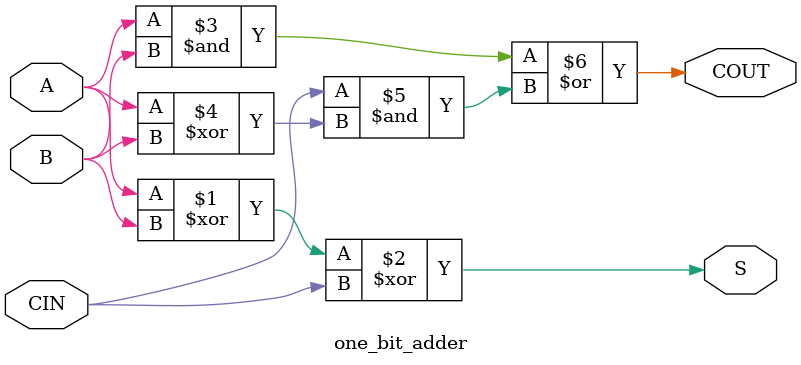
<source format=v>
`timescale 1ns / 1ps


module one_bit_adder( input A, B, CIN,output S, COUT);

assign S = A ^ B ^CIN;
//assign OUTPUT_R = A ^ B ^CIN;
//assign OUTPUT_D = A ^ B ^CIN;

assign COUT = (A & B) | (CIN & (A^B));


endmodule

</source>
